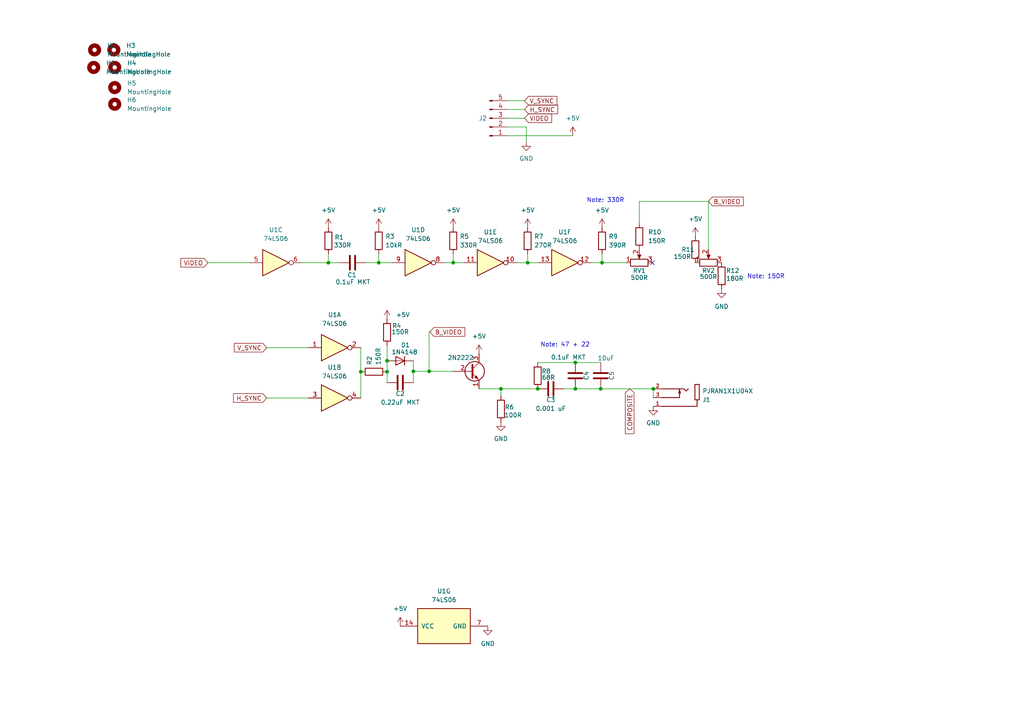
<source format=kicad_sch>
(kicad_sch (version 20231120) (generator "eeschema") (generator_version "8.0")
  (paper "A4")
  (lib_symbols
    (symbol "74xx:74LS06" (pin_names (offset 1.016))
      (property "Reference" "U" (at 0 1.27 0))
      (property "Value" "74LS06" (at 0 -1.27 0))
      (symbol "74LS06_1_0"
        (polyline (pts (xy -3.81 3.81) (xy -3.81 -3.81) (xy 3.81 0) (xy -3.81 3.81)) (stroke (width 0.254)) (fill (type background)))
        (pin input line (at -7.62 0 0) (length 3.81) (name "~") (number "1"))
        (pin open_collector inverted (at 7.62 0 180) (length 3.81) (name "~") (number "2"))
      )
      (symbol "74LS06_2_0"
        (polyline (pts (xy -3.81 3.81) (xy -3.81 -3.81) (xy 3.81 0) (xy -3.81 3.81)) (stroke (width 0.254)) (fill (type background)))
        (pin input line (at -7.62 0 0) (length 3.81) (name "~") (number "3"))
        (pin open_collector inverted (at 7.62 0 180) (length 3.81) (name "~") (number "4"))
      )
      (symbol "74LS06_3_0"
        (polyline (pts (xy -3.81 3.81) (xy -3.81 -3.81) (xy 3.81 0) (xy -3.81 3.81)) (stroke (width 0.254)) (fill (type background)))
        (pin input line (at -7.62 0 0) (length 3.81) (name "~") (number "5"))
        (pin open_collector inverted (at 7.62 0 180) (length 3.81) (name "~") (number "6"))
      )
      (symbol "74LS06_4_0"
        (polyline (pts (xy -3.81 3.81) (xy -3.81 -3.81) (xy 3.81 0) (xy -3.81 3.81)) (stroke (width 0.254)) (fill (type background)))
        (pin open_collector inverted (at 7.62 0 180) (length 3.81) (name "~") (number "8"))
        (pin input line (at -7.62 0 0) (length 3.81) (name "~") (number "9"))
      )
      (symbol "74LS06_5_0"
        (polyline (pts (xy -3.81 3.81) (xy -3.81 -3.81) (xy 3.81 0) (xy -3.81 3.81)) (stroke (width 0.254)) (fill (type background)))
        (pin open_collector inverted (at 7.62 0 180) (length 3.81) (name "~") (number "10"))
        (pin input line (at -7.62 0 0) (length 3.81) (name "~") (number "11"))
      )
      (symbol "74LS06_6_0"
        (polyline (pts (xy -3.81 3.81) (xy -3.81 -3.81) (xy 3.81 0) (xy -3.81 3.81)) (stroke (width 0.254)) (fill (type background)))
        (pin open_collector inverted (at 7.62 0 180) (length 3.81) (name "~") (number "12"))
        (pin input line (at -7.62 0 0) (length 3.81) (name "~") (number "13"))
      )
      (symbol "74LS06_7_0"
        (pin power_in line (at 0 12.7 270) (length 5.08) (name "VCC") (number "14"))
        (pin power_in line (at 0 -12.7 90) (length 5.08) (name "GND") (number "7"))
      )
      (symbol "74LS06_7_1"
        (rectangle (start -5.08 7.62) (end 5.08 -7.62) (stroke (width 0.254)) (fill (type background)))
      )
    )
    (symbol "Connector:Conn_01x05_Male" (pin_names (offset 1.016) hide)
      (property "Reference" "J" (at 0 7.62 0))
      (property "Value" "Conn_01x05_Male" (at 0 -7.62 0))
      (symbol "Conn_01x05_Male_1_1"
        (polyline (pts (xy 1.27 -5.08) (xy 0.8636 -5.08)) (stroke (width 0.1524)))
        (polyline (pts (xy 1.27 -2.54) (xy 0.8636 -2.54)) (stroke (width 0.1524)))
        (polyline (pts (xy 1.27 0) (xy 0.8636 0)) (stroke (width 0.1524)))
        (polyline (pts (xy 1.27 2.54) (xy 0.8636 2.54)) (stroke (width 0.1524)))
        (polyline (pts (xy 1.27 5.08) (xy 0.8636 5.08)) (stroke (width 0.1524)))
        (rectangle (start 0.8636 -4.953) (end 0 -5.207) (stroke (width 0.1524)) (fill (type outline)))
        (rectangle (start 0.8636 -2.413) (end 0 -2.667) (stroke (width 0.1524)) (fill (type outline)))
        (rectangle (start 0.8636 0.127) (end 0 -0.127) (stroke (width 0.1524)) (fill (type outline)))
        (rectangle (start 0.8636 2.667) (end 0 2.413) (stroke (width 0.1524)) (fill (type outline)))
        (rectangle (start 0.8636 5.207) (end 0 4.953) (stroke (width 0.1524)) (fill (type outline)))
        (pin passive line (at 5.08 5.08 180) (length 3.81) (name "Pin_1") (number "1"))
        (pin passive line (at 5.08 2.54 180) (length 3.81) (name "Pin_2") (number "2"))
        (pin passive line (at 5.08 0 180) (length 3.81) (name "Pin_3") (number "3"))
        (pin passive line (at 5.08 -2.54 180) (length 3.81) (name "Pin_4") (number "4"))
        (pin passive line (at 5.08 -5.08 180) (length 3.81) (name "Pin_5") (number "5"))
      )
    )
    (symbol "Device:C" (pin_numbers hide) (pin_names (offset 0.254))
      (property "Reference" "C" (at 0.635 2.54 0))
      (property "Value" "C" (at 0.635 -2.54 0))
      (symbol "C_0_1"
        (polyline (pts (xy -2.032 -0.762) (xy 2.032 -0.762)) (stroke (width 0.508)))
        (polyline (pts (xy -2.032 0.762) (xy 2.032 0.762)) (stroke (width 0.508)))
      )
      (symbol "C_1_1"
        (pin passive line (at 0 3.81 270) (length 2.794) (name "~") (number "1"))
        (pin passive line (at 0 -3.81 90) (length 2.794) (name "~") (number "2"))
      )
    )
    (symbol "Device:D" (pin_numbers hide) (pin_names (offset 1.016) hide)
      (property "Reference" "D" (at 0 2.54 0))
      (property "Value" "D" (at 0 -2.54 0))
      (symbol "D_0_1"
        (polyline (pts (xy -1.27 1.27) (xy -1.27 -1.27)) (stroke (width 0.254)))
        (polyline (pts (xy 1.27 0) (xy -1.27 0)))
        (polyline (pts (xy 1.27 1.27) (xy 1.27 -1.27) (xy -1.27 0) (xy 1.27 1.27)) (stroke (width 0.254)))
      )
      (symbol "D_1_1"
        (pin passive line (at -3.81 0 0) (length 2.54) (name "K") (number "1"))
        (pin passive line (at 3.81 0 180) (length 2.54) (name "A") (number "2"))
      )
    )
    (symbol "Device:Q_NPN_EBC" (pin_names (offset 0) hide)
      (property "Reference" "Q" (at 5.08 1.27 0))
      (property "Value" "Q_NPN_EBC" (at 5.08 -1.27 0))
      (symbol "Q_NPN_EBC_0_1"
        (polyline (pts (xy 0.635 0.635) (xy 2.54 2.54)))
        (polyline (pts (xy 0.635 -0.635) (xy 2.54 -2.54) (xy 2.54 -2.54)))
        (polyline (pts (xy 0.635 1.905) (xy 0.635 -1.905) (xy 0.635 -1.905)) (stroke (width 0.508)))
        (polyline (pts (xy 1.27 -1.778) (xy 1.778 -1.27) (xy 2.286 -2.286) (xy 1.27 -1.778) (xy 1.27 -1.778)) (fill (type outline)))
        (circle (center 1.27 0) (radius 2.8194) (stroke (width 0.254)))
      )
      (symbol "Q_NPN_EBC_1_1"
        (pin passive line (at 2.54 -5.08 90) (length 2.54) (name "E") (number "1"))
        (pin passive line (at -5.08 0 0) (length 5.715) (name "B") (number "2"))
        (pin passive line (at 2.54 5.08 270) (length 2.54) (name "C") (number "3"))
      )
    )
    (symbol "Device:R" (pin_numbers hide) (pin_names (offset 0))
      (property "Reference" "R" (at 2.032 0 90))
      (property "Value" "R" (at 0 0 90))
      (symbol "R_0_1"
        (rectangle (start -1.016 -2.54) (end 1.016 2.54) (stroke (width 0.254)))
      )
      (symbol "R_1_1"
        (pin passive line (at 0 3.81 270) (length 1.27) (name "~") (number "1"))
        (pin passive line (at 0 -3.81 90) (length 1.27) (name "~") (number "2"))
      )
    )
    (symbol "Device:R_Potentiometer" (pin_names (offset 1.016) hide)
      (property "Reference" "RV" (at -4.445 0 90))
      (property "Value" "R_Potentiometer" (at -2.54 0 90))
      (symbol "R_Potentiometer_0_1"
        (polyline (pts (xy 2.54 0) (xy 1.524 0)))
        (polyline (pts (xy 1.143 0) (xy 2.286 0.508) (xy 2.286 -0.508) (xy 1.143 0)) (fill (type outline)))
        (rectangle (start 1.016 2.54) (end -1.016 -2.54) (stroke (width 0.254)))
      )
      (symbol "R_Potentiometer_1_1"
        (pin passive line (at 0 3.81 270) (length 1.27) (name "1") (number "1"))
        (pin passive line (at 3.81 0 180) (length 1.27) (name "2") (number "2"))
        (pin passive line (at 0 -3.81 90) (length 1.27) (name "3") (number "3"))
      )
    )
    (symbol "Mechanical:MountingHole" (pin_names (offset 1.016))
      (property "Reference" "H" (at 0 5.08 0))
      (property "Value" "MountingHole" (at 0 3.175 0))
      (symbol "MountingHole_0_1"
        (circle (center 0 0) (radius 1.27) (stroke (width 1.27)))
      )
    )
    (symbol "PJRAN1X1U04X:PJRAN1X1U04X" (pin_names (offset 1.016))
      (property "Reference" "J" (at -5.08 5.08 0))
      (property "Value" "PJRAN1X1U04X" (at -5.08 -6.35 0))
      (symbol "PJRAN1X1U04X_0_0"
        (polyline (pts (xy -5.715 -0.635) (xy -5.08 -0.635)) (stroke (width 0.254)))
        (polyline (pts (xy -5.715 3.81) (xy -5.715 -0.635)) (stroke (width 0.254)))
        (polyline (pts (xy -5.08 -2.54) (xy -5.08 -0.635)) (stroke (width 0.254)))
        (polyline (pts (xy -5.08 -0.635) (xy -4.445 -0.635)) (stroke (width 0.254)))
        (polyline (pts (xy -4.445 -0.635) (xy -4.445 3.81)) (stroke (width 0.254)))
        (polyline (pts (xy -4.445 3.81) (xy -5.715 3.81)) (stroke (width 0.254)))
        (polyline (pts (xy -1.905 1.905) (xy -2.54 2.54)) (stroke (width 0.254)))
        (polyline (pts (xy -1.27 2.54) (xy -1.905 1.905)) (stroke (width 0.254)))
        (polyline (pts (xy 0 0) (xy 0 2.54)) (stroke (width 0.254)))
        (polyline (pts (xy 0 0) (xy 5.08 0)) (stroke (width 0.254)))
        (polyline (pts (xy 5.08 -2.54) (xy -5.08 -2.54)) (stroke (width 0.254)))
        (polyline (pts (xy 5.08 2.54) (xy -1.27 2.54)) (stroke (width 0.254)))
        (polyline (pts (xy 0 2.286) (xy 0.254 1.27) (xy -0.254 1.27) (xy 0 2.286)) (stroke (width 0.254)) (fill (type outline)))
        (pin passive line (at 7.62 -2.54 180) (length 2.54) (name "~") (number "1"))
        (pin passive line (at 7.62 2.54 180) (length 2.54) (name "~") (number "2"))
        (pin passive line (at 7.62 0 180) (length 2.54) (name "~") (number "3"))
      )
    )
    (symbol "power:+5V" (power) (pin_names (offset 0))
      (property "Value" "+5V" (at 0 3.556 0))
      (symbol "+5V_0_1"
        (polyline (pts (xy -0.762 1.27) (xy 0 2.54)))
        (polyline (pts (xy 0 0) (xy 0 2.54)))
        (polyline (pts (xy 0 2.54) (xy 0.762 1.27)))
      )
      (symbol "+5V_1_1"
        (pin power_in line (at 0 0 90) (length 0) hide (name "+5V") (number "1"))
      )
    )
    (symbol "power:GND" (power) (pin_names (offset 0))
      (property "Value" "GND" (at 0 -3.81 0))
      (symbol "GND_0_1"
        (polyline (pts (xy 0 0) (xy 0 -1.27) (xy 1.27 -1.27) (xy 0 -2.54) (xy -1.27 -1.27) (xy 0 -1.27)))
      )
      (symbol "GND_1_1"
        (pin power_in line (at 0 0 270) (length 0) hide (name "GND") (number "1"))
      )
    )
  )
  (junction (at 145.288 112.776))
  (junction (at 119.888 107.696))
  (junction (at 166.878 112.776))
  (junction (at 166.878 105.156))
  (junction (at 174.244 112.776))
  (junction (at 109.855 76.2))
  (junction (at 95.25 76.2))
  (junction (at 174.625 76.2))
  (junction (at 131.445 76.2))
  (junction (at 104.648 107.823))
  (junction (at 153.035 76.2))
  (junction (at 189.484 112.776))
  (junction (at 112.268 104.648))
  (junction (at 112.268 107.823))
  (junction (at 155.956 112.776))
  (junction (at 124.46 107.696))
  (no_connect (at 189.23 76.2))
  (wire (pts (xy 77.343 115.443) (xy 89.408 115.443)))
  (wire (pts (xy 153.035 76.2) (xy 153.035 73.66)))
  (wire (pts (xy 147.066 31.75) (xy 152.146 31.75)))
  (wire (pts (xy 185.42 58.42) (xy 205.486 58.42)))
  (wire (pts (xy 106.045 76.2) (xy 109.855 76.2)))
  (wire (pts (xy 174.244 112.776) (xy 189.484 112.776)))
  (wire (pts (xy 166.878 112.776) (xy 174.244 112.776)))
  (wire (pts (xy 147.066 29.21) (xy 152.146 29.21)))
  (wire (pts (xy 60.325 76.2) (xy 72.39 76.2)))
  (wire (pts (xy 149.86 76.2) (xy 153.035 76.2)))
  (wire (pts (xy 147.066 39.37) (xy 166.116 39.37)))
  (wire (pts (xy 112.268 104.648) (xy 112.268 107.823)))
  (wire (pts (xy 124.46 107.696) (xy 124.46 96.266)))
  (wire (pts (xy 95.25 76.2) (xy 98.425 76.2)))
  (wire (pts (xy 174.625 73.66) (xy 174.625 76.2)))
  (wire (pts (xy 119.888 107.696) (xy 124.46 107.696)))
  (wire (pts (xy 104.648 100.838) (xy 104.648 107.823)))
  (wire (pts (xy 153.035 76.2) (xy 156.21 76.2)))
  (wire (pts (xy 77.343 100.838) (xy 89.408 100.838)))
  (wire (pts (xy 124.46 107.696) (xy 131.318 107.696)))
  (wire (pts (xy 185.42 58.42) (xy 185.42 64.77)))
  (wire (pts (xy 147.066 36.83) (xy 152.654 36.83)))
  (wire (pts (xy 119.888 107.696) (xy 119.888 110.998)))
  (wire (pts (xy 104.648 107.823) (xy 104.648 115.443)))
  (wire (pts (xy 155.956 105.156) (xy 166.878 105.156)))
  (wire (pts (xy 189.484 112.776) (xy 189.484 115.316)))
  (wire (pts (xy 171.45 76.2) (xy 174.625 76.2)))
  (wire (pts (xy 152.654 36.83) (xy 152.654 41.148)))
  (wire (pts (xy 174.625 76.2) (xy 181.61 76.2)))
  (wire (pts (xy 163.576 112.776) (xy 166.878 112.776)))
  (wire (pts (xy 205.486 72.39) (xy 205.486 58.42)))
  (wire (pts (xy 147.066 34.29) (xy 152.146 34.29)))
  (wire (pts (xy 124.46 96.266) (xy 124.714 96.266)))
  (wire (pts (xy 131.445 76.2) (xy 134.62 76.2)))
  (wire (pts (xy 145.288 112.776) (xy 155.956 112.776)))
  (wire (pts (xy 119.888 104.648) (xy 119.888 107.696)))
  (wire (pts (xy 109.855 76.2) (xy 113.665 76.2)))
  (wire (pts (xy 112.268 100.203) (xy 112.268 104.648)))
  (wire (pts (xy 87.63 76.2) (xy 95.25 76.2)))
  (wire (pts (xy 145.288 112.776) (xy 145.288 114.808)))
  (wire (pts (xy 95.25 73.66) (xy 95.25 76.2)))
  (wire (pts (xy 109.855 73.66) (xy 109.855 76.2)))
  (wire (pts (xy 112.268 107.823) (xy 112.268 110.998)))
  (wire (pts (xy 131.445 73.66) (xy 131.445 76.2)))
  (wire (pts (xy 145.288 112.776) (xy 138.938 112.776)))
  (wire (pts (xy 128.905 76.2) (xy 131.445 76.2)))
  (wire (pts (xy 166.878 105.156) (xy 174.244 105.156)))
  (text "Note: 47 + 22" (at 156.718 100.838 0) (effects (font (size 1.27 1.27)) (justify left bottom)))
  (text "Note: 150R" (at 216.662 81.026 0) (effects (font (size 1.27 1.27)) (justify left bottom)))
  (text " Note: 330R" (at 169.164 58.928 0) (effects (font (size 1.27 1.27)) (justify left bottom)))
  (global_label "V_SYNC" (shape input) (at 152.146 29.21 0) (property "Intersheetrefs" "${INTERSHEET_REFS}" (effects (hide yes))))
  (global_label "B_VIDEO" (shape input) (at 124.714 96.266 0) (property "Intersheetrefs" "${INTERSHEET_REFS}" (effects (hide yes))))
  (global_label "VIDEO" (shape input) (at 60.325 76.2 180) (property "Intersheetrefs" "${INTERSHEET_REFS}" (effects (hide yes))))
  (global_label "H_SYNC" (shape input) (at 152.146 31.75 0) (property "Intersheetrefs" "${INTERSHEET_REFS}" (effects (hide yes))))
  (global_label "B_VIDEO" (shape input) (at 205.486 58.42 0) (property "Intersheetrefs" "${INTERSHEET_REFS}" (effects (hide yes))))
  (global_label "COMPOSITE" (shape input) (at 182.626 112.776 270) (property "Intersheetrefs" "${INTERSHEET_REFS}" (effects (hide yes))))
  (global_label "V_SYNC" (shape input) (at 77.343 100.838 180) (property "Intersheetrefs" "${INTERSHEET_REFS}" (effects (hide yes))))
  (global_label "H_SYNC" (shape input) (at 77.343 115.443 180) (property "Intersheetrefs" "${INTERSHEET_REFS}" (effects (hide yes))))
  (global_label "VIDEO" (shape input) (at 152.146 34.29 0) (property "Intersheetrefs" "${INTERSHEET_REFS}" (effects (hide yes))))
  (symbol (lib_id "Device:R") (at 112.268 96.393 0) (unit 1)
    (property "Reference" "R4" (at 115.062 94.488 0))
    (property "Value" "150R" (at 116.078 96.266 0))
    (property "Footprint" "Resistor_THT:R_Axial_DIN0207_L6.3mm_D2.5mm_P7.62mm_Horizontal" (effects (hide yes)))
  )
  (symbol (lib_id "Device:R") (at 95.25 69.85 0) (unit 1)
    (property "Reference" "R1" (at 97.028 68.834 0) (effects (justify left)))
    (property "Value" "330R" (at 96.774 71.12 0) (effects (justify left)))
    (property "Footprint" "Resistor_THT:R_Axial_DIN0207_L6.3mm_D2.5mm_P7.62mm_Horizontal" (effects (hide yes)))
  )
  (symbol (lib_id "Device:C") (at 102.235 76.2 90) (unit 1)
    (property "Reference" "C1" (at 102.108 79.756 90))
    (property "Value" "0.1uF MKT" (at 102.362 81.788 90))
    (property "Footprint" "Capacitor_THT:C_Disc_D3.0mm_W1.6mm_P2.50mm" (effects (hide yes)))
  )
  (symbol (lib_id "Device:R") (at 174.625 69.85 180) (unit 1)
    (property "Reference" "R9" (at 176.53 68.5799 0) (effects (justify right)))
    (property "Value" "390R" (at 176.53 71.1199 0) (effects (justify right)))
    (property "Footprint" "Resistor_THT:R_Axial_DIN0207_L6.3mm_D2.5mm_P7.62mm_Horizontal" (effects (hide yes)))
  )
  (symbol (lib_id "Device:R") (at 145.288 118.618 180) (unit 1)
    (property "Reference" "R6" (at 149.098 118.11 0) (effects (justify left)))
    (property "Value" "100R" (at 151.384 120.396 0) (effects (justify left)))
    (property "Footprint" "Resistor_THT:R_Axial_DIN0207_L6.3mm_D2.5mm_P7.62mm_Horizontal" (effects (hide yes)))
  )
  (symbol (lib_id "Mechanical:MountingHole") (at 27.432 14.478 0) (unit 1)
    (property "Reference" "H2" (at 30.988 13.2079 0) (effects (justify left)))
    (property "Value" "MountingHole" (at 30.988 15.7479 0) (effects (justify left)))
    (property "Footprint" "MountingHole:MountingHole_3.2mm_M3" (effects (hide yes)))
  )
  (symbol (lib_id "power:GND") (at 209.296 83.82 0) (unit 1)
    (property "Reference" "#PWR0104" (effects (hide yes)))
    (property "Value" "GND" (at 209.296 88.9 0))
  )
  (symbol (lib_id "Device:R_Potentiometer") (at 185.42 76.2 90) (unit 1)
    (property "Reference" "RV1" (at 185.42 78.486 90))
    (property "Value" "500R" (at 185.42 80.518 90))
    (property "Footprint" "Potentiometer_THT:Potentiometer_Piher_PT-10-V10_Vertical" (effects (hide yes)))
  )
  (symbol (lib_id "Device:R") (at 209.296 80.01 180) (unit 1)
    (property "Reference" "R12" (at 210.566 78.486 0) (effects (justify right)))
    (property "Value" "180R" (at 210.566 80.772 0) (effects (justify right)))
    (property "Footprint" "Resistor_THT:R_Axial_DIN0207_L6.3mm_D2.5mm_P7.62mm_Horizontal" (effects (hide yes)))
  )
  (symbol (lib_id "power:GND") (at 189.484 117.856 0) (unit 1)
    (property "Reference" "#PWR01" (effects (hide yes)))
    (property "Value" "GND" (at 189.484 122.682 0))
  )
  (symbol (lib_id "Mechanical:MountingHole") (at 33.274 25.4 0) (unit 1)
    (property "Reference" "H5" (at 36.83 24.1299 0) (effects (justify left)))
    (property "Value" "MountingHole" (at 36.83 26.6699 0) (effects (justify left)))
    (property "Footprint" "MountingHole:MountingHole_3.2mm_M3" (effects (hide yes)))
  )
  (symbol (lib_id "74xx:74LS06") (at 142.24 76.2 0) (unit 5)
    (property "Reference" "U1" (at 142.24 67.31 0))
    (property "Value" "74LS06" (at 142.24 69.85 0))
    (property "Footprint" "Package_DIP:DIP-14_W7.62mm_Socket" (effects (hide yes)))
    (property "Datasheet" "http://www.ti.com/lit/gpn/sn74LS06" (effects (hide yes)))
  )
  (symbol (lib_id "Device:C") (at 166.878 108.966 180) (unit 1)
    (property "Reference" "C4" (at 170.053 108.966 90))
    (property "Value" "0.1uF MKT" (at 164.846 103.632 0))
    (property "Footprint" "Capacitor_THT:C_Disc_D3.0mm_W1.6mm_P2.50mm" (effects (hide yes)))
  )
  (symbol (lib_id "Device:C") (at 116.078 110.998 90) (unit 1)
    (property "Reference" "C2" (at 116.078 114.173 90))
    (property "Value" "0.22uF MKT" (at 116.078 116.713 90))
    (property "Footprint" "Capacitor_THT:C_Disc_D3.0mm_W1.6mm_P2.50mm" (effects (hide yes)))
    (property "Datasheet" "https://www.westfloridacomponents.com/BX012APH08/0.22uF+250V+Metallized+Polyester+Film+Capacitor+MKT+B32529C3224-K+Epcos.html" (effects (hide yes)))
  )
  (symbol (lib_id "Device:R") (at 153.035 69.85 180) (unit 1)
    (property "Reference" "R7" (at 154.94 68.5799 0) (effects (justify right)))
    (property "Value" "270R" (at 154.94 71.1199 0) (effects (justify right)))
    (property "Footprint" "Resistor_THT:R_Axial_DIN0207_L6.3mm_D2.5mm_P7.62mm_Horizontal" (effects (hide yes)))
  )
  (symbol (lib_id "Device:R") (at 185.42 68.58 180) (unit 1)
    (property "Reference" "R10" (at 187.96 67.3099 0) (effects (justify right)))
    (property "Value" "150R" (at 187.96 69.8499 0) (effects (justify right)))
    (property "Footprint" "Resistor_THT:R_Axial_DIN0207_L6.3mm_D2.5mm_P7.62mm_Horizontal" (effects (hide yes)))
  )
  (symbol (lib_id "PJRAN1X1U04X:PJRAN1X1U04X") (at 197.104 115.316 0) (mirror y) (unit 1)
    (property "Reference" "J1" (at 203.708 115.9511 0) (effects (justify right)))
    (property "Value" "PJRAN1X1U04X" (at 203.708 113.4111 0) (effects (justify right)))
    (property "Footprint" "footprints:SWITCHCRAFT_PJRAN1X1U04X" (effects (hide yes)))
    (property "MANUFACTURER" "Switchcraft" (effects (hide yes)))
    (property "MAXIMUM_PACKAGE_HEIGHT" "13.0mm" (effects (hide yes)))
    (property "PARTREV" "A" (effects (hide yes)))
    (property "STANDARD" "Manufacturer recommendations" (effects (hide yes)))
  )
  (symbol (lib_id "power:GND") (at 141.478 181.61 0) (unit 1)
    (property "Reference" "#PWR0107" (effects (hide yes)))
    (property "Value" "GND" (at 141.478 186.69 0))
  )
  (symbol (lib_id "power:+5V") (at 131.445 66.04 0) (unit 1)
    (property "Reference" "#PWR0109" (effects (hide yes)))
    (property "Value" "+5V" (at 131.445 60.96 0))
  )
  (symbol (lib_id "Mechanical:MountingHole") (at 33.274 19.558 0) (unit 1)
    (property "Reference" "H4" (at 36.83 18.2879 0) (effects (justify left)))
    (property "Value" "MountingHole" (at 36.83 20.8279 0) (effects (justify left)))
    (property "Footprint" "MountingHole:MountingHole_3.2mm_M3" (effects (hide yes)))
  )
  (symbol (lib_id "Mechanical:MountingHole") (at 33.274 30.226 0) (unit 1)
    (property "Reference" "H6" (at 36.83 28.9559 0) (effects (justify left)))
    (property "Value" "MountingHole" (at 36.83 31.4959 0) (effects (justify left)))
    (property "Footprint" "MountingHole:MountingHole_3.2mm_M3" (effects (hide yes)))
  )
  (symbol (lib_id "74xx:74LS06") (at 128.778 181.61 90) (unit 7)
    (property "Reference" "U1" (at 128.778 171.45 90))
    (property "Value" "74LS06" (at 128.778 173.99 90))
    (property "Footprint" "Package_DIP:DIP-14_W7.62mm_Socket" (effects (hide yes)))
    (property "Datasheet" "http://www.ti.com/lit/gpn/sn74LS06" (effects (hide yes)))
  )
  (symbol (lib_id "power:+5V") (at 95.25 66.04 0) (unit 1)
    (property "Reference" "#PWR0112" (effects (hide yes)))
    (property "Value" "+5V" (at 95.25 60.96 0))
  )
  (symbol (lib_id "Connector:Conn_01x05_Male") (at 141.986 34.29 0) (mirror x) (unit 1)
    (property "Reference" "J2" (at 141.224 34.29 0) (effects (justify right)))
    (property "Value" "Conn_01x05_Male" (effects (hide yes)))
    (property "Footprint" "Connector_PinHeader_2.54mm:PinHeader_1x05_P2.54mm_Vertical" (effects (hide yes)))
  )
  (symbol (lib_id "power:+5V") (at 174.625 66.04 0) (unit 1)
    (property "Reference" "#PWR0102" (effects (hide yes)))
    (property "Value" "+5V" (at 174.625 60.96 0))
  )
  (symbol (lib_id "power:GND") (at 145.288 122.428 0) (unit 1)
    (property "Reference" "#PWR0105" (effects (hide yes)))
    (property "Value" "GND" (at 145.288 127.254 0))
  )
  (symbol (lib_id "74xx:74LS06") (at 80.01 76.2 0) (unit 3)
    (property "Reference" "U1" (at 80.01 66.675 0))
    (property "Value" "74LS06" (at 80.01 69.215 0))
    (property "Footprint" "Package_DIP:DIP-14_W7.62mm_Socket" (effects (hide yes)))
    (property "Datasheet" "http://www.ti.com/lit/gpn/sn74LS06" (effects (hide yes)))
  )
  (symbol (lib_id "Device:R_Potentiometer") (at 205.486 76.2 90) (unit 1)
    (property "Reference" "RV2" (at 205.486 78.486 90))
    (property "Value" "500R" (at 205.486 80.264 90))
    (property "Footprint" "Potentiometer_THT:Potentiometer_Piher_PT-10-V10_Vertical" (effects (hide yes)))
  )
  (symbol (lib_id "power:GND") (at 152.654 41.148 0) (unit 1)
    (property "Reference" "#PWR0114" (effects (hide yes)))
    (property "Value" "GND" (at 152.654 45.974 0))
  )
  (symbol (lib_id "Device:R") (at 108.458 107.823 90) (unit 1)
    (property "Reference" "R2" (at 107.188 105.918 0) (effects (justify left)))
    (property "Value" "150R" (at 109.728 105.918 0) (effects (justify left)))
    (property "Footprint" "Resistor_THT:R_Axial_DIN0207_L6.3mm_D2.5mm_P7.62mm_Horizontal" (effects (hide yes)))
  )
  (symbol (lib_id "power:+5V") (at 116.078 181.61 0) (unit 1)
    (property "Reference" "#PWR0108" (effects (hide yes)))
    (property "Value" "+5V" (at 116.078 176.53 0))
  )
  (symbol (lib_id "Device:C") (at 159.766 112.776 90) (unit 1)
    (property "Reference" "C3" (at 159.766 115.951 90))
    (property "Value" "0.001 uF" (at 159.766 118.491 90))
    (property "Footprint" "Capacitor_THT:C_Disc_D3.0mm_W1.6mm_P2.50mm" (effects (hide yes)))
  )
  (symbol (lib_id "74xx:74LS06") (at 97.028 115.443 0) (unit 2)
    (property "Reference" "U1" (at 97.028 106.553 0))
    (property "Value" "74LS06" (at 97.028 109.093 0))
    (property "Footprint" "Package_DIP:DIP-14_W7.62mm_Socket" (effects (hide yes)))
    (property "Datasheet" "http://www.ti.com/lit/gpn/sn74LS06" (effects (hide yes)))
  )
  (symbol (lib_id "Device:R") (at 131.445 69.85 180) (unit 1)
    (property "Reference" "R5" (at 133.35 68.5799 0) (effects (justify right)))
    (property "Value" "330R" (at 133.35 71.1199 0) (effects (justify right)))
    (property "Footprint" "Resistor_THT:R_Axial_DIN0207_L6.3mm_D2.5mm_P7.62mm_Horizontal" (effects (hide yes)))
  )
  (symbol (lib_id "Device:R") (at 155.956 108.966 180) (unit 1)
    (property "Reference" "R8" (at 159.766 107.696 0) (effects (justify left)))
    (property "Value" "68R" (at 161.036 109.474 0) (effects (justify left)))
    (property "Footprint" "Resistor_THT:R_Axial_DIN0207_L6.3mm_D2.5mm_P7.62mm_Horizontal" (effects (hide yes)))
  )
  (symbol (lib_id "Device:R") (at 201.676 72.39 180) (unit 1)
    (property "Reference" "R11" (at 197.612 72.39 0) (effects (justify right)))
    (property "Value" "150R" (at 195.326 74.422 0) (effects (justify right)))
    (property "Footprint" "Resistor_THT:R_Axial_DIN0207_L6.3mm_D2.5mm_P7.62mm_Horizontal" (effects (hide yes)))
  )
  (symbol (lib_id "power:+5V") (at 112.268 92.583 0) (unit 1)
    (property "Reference" "#PWR0106" (effects (hide yes)))
    (property "Value" "+5V" (at 114.808 91.3129 0) (effects (justify left)))
  )
  (symbol (lib_id "power:+5V") (at 109.855 66.04 0) (unit 1)
    (property "Reference" "#PWR0110" (effects (hide yes)))
    (property "Value" "+5V" (at 109.855 60.96 0))
  )
  (symbol (lib_id "74xx:74LS06") (at 97.028 100.838 0) (unit 1)
    (property "Reference" "U1" (at 97.028 91.313 0))
    (property "Value" "74LS06" (at 97.028 93.853 0))
    (property "Footprint" "Package_DIP:DIP-14_W7.62mm_Socket" (effects (hide yes)))
    (property "Datasheet" "http://www.ti.com/lit/gpn/sn74LS06" (effects (hide yes)))
  )
  (symbol (lib_id "power:+5V") (at 138.938 102.616 0) (unit 1)
    (property "Reference" "#PWR0111" (effects (hide yes)))
    (property "Value" "+5V" (at 138.938 97.536 0))
  )
  (symbol (lib_id "Device:Q_NPN_EBC") (at 136.398 107.696 0) (unit 1)
    (property "Reference" "Q1" (effects (hide yes)))
    (property "Value" "2N2222" (at 129.794 103.759 0) (effects (justify left)))
    (property "Footprint" "Package_TO_SOT_THT:TO-92L" (effects (hide yes)))
  )
  (symbol (lib_id "power:+5V") (at 153.035 66.04 0) (unit 1)
    (property "Reference" "#PWR0101" (effects (hide yes)))
    (property "Value" "+5V" (at 153.035 60.96 0))
  )
  (symbol (lib_id "Device:C") (at 174.244 108.966 180) (unit 1)
    (property "Reference" "C5" (at 177.419 108.966 90))
    (property "Value" "10uF" (at 175.768 103.886 0))
    (property "Footprint" "Capacitor_THT:C_Disc_D3.0mm_W1.6mm_P2.50mm" (effects (hide yes)))
  )
  (symbol (lib_id "power:+5V") (at 201.676 68.58 0) (unit 1)
    (property "Reference" "#PWR0103" (effects (hide yes)))
    (property "Value" "+5V" (at 201.676 63.5 0))
  )
  (symbol (lib_id "74xx:74LS06") (at 121.285 76.2 0) (unit 4)
    (property "Reference" "U1" (at 121.285 66.675 0))
    (property "Value" "74LS06" (at 121.285 69.215 0))
    (property "Footprint" "Package_DIP:DIP-14_W7.62mm_Socket" (effects (hide yes)))
    (property "Datasheet" "http://www.ti.com/lit/gpn/sn74LS06" (effects (hide yes)))
  )
  (symbol (lib_id "Device:D") (at 116.078 104.648 180) (unit 1)
    (property "Reference" "D1" (at 117.602 100.076 0))
    (property "Value" "1N4148" (at 117.348 102.108 0))
    (property "Footprint" "Diode_THT:D_DO-35_SOD27_P7.62mm_Horizontal" (effects (hide yes)))
  )
  (symbol (lib_id "Mechanical:MountingHole") (at 27.178 19.558 0) (unit 1)
    (property "Reference" "H1" (at 30.734 18.2879 0) (effects (justify left)))
    (property "Value" "MountingHole" (at 30.734 20.8279 0) (effects (justify left)))
    (property "Footprint" "MountingHole:MountingHole_3.2mm_M3" (effects (hide yes)))
  )
  (symbol (lib_id "power:+5V") (at 166.116 39.37 0) (unit 1)
    (property "Reference" "#PWR0113" (effects (hide yes)))
    (property "Value" "+5V" (at 166.116 34.29 0))
  )
  (symbol (lib_id "Mechanical:MountingHole") (at 33.02 14.478 0) (unit 1)
    (property "Reference" "H3" (at 36.576 13.2079 0) (effects (justify left)))
    (property "Value" "MountingHole" (at 36.576 15.7479 0) (effects (justify left)))
    (property "Footprint" "MountingHole:MountingHole_3.2mm_M3" (effects (hide yes)))
  )
  (symbol (lib_id "74xx:74LS06") (at 163.83 76.2 0) (unit 6)
    (property "Reference" "U1" (at 163.83 67.31 0))
    (property "Value" "74LS06" (at 163.83 69.85 0))
    (property "Footprint" "Package_DIP:DIP-14_W7.62mm_Socket" (effects (hide yes)))
    (property "Datasheet" "http://www.ti.com/lit/gpn/sn74LS06" (effects (hide yes)))
  )
  (symbol (lib_id "Device:R") (at 109.855 69.85 180) (unit 1)
    (property "Reference" "R3" (at 111.76 68.5799 0) (effects (justify right)))
    (property "Value" "10kR" (at 111.76 71.1199 0) (effects (justify right)))
    (property "Footprint" "Resistor_THT:R_Axial_DIN0207_L6.3mm_D2.5mm_P7.62mm_Horizontal" (effects (hide yes)))
  )
)
</source>
